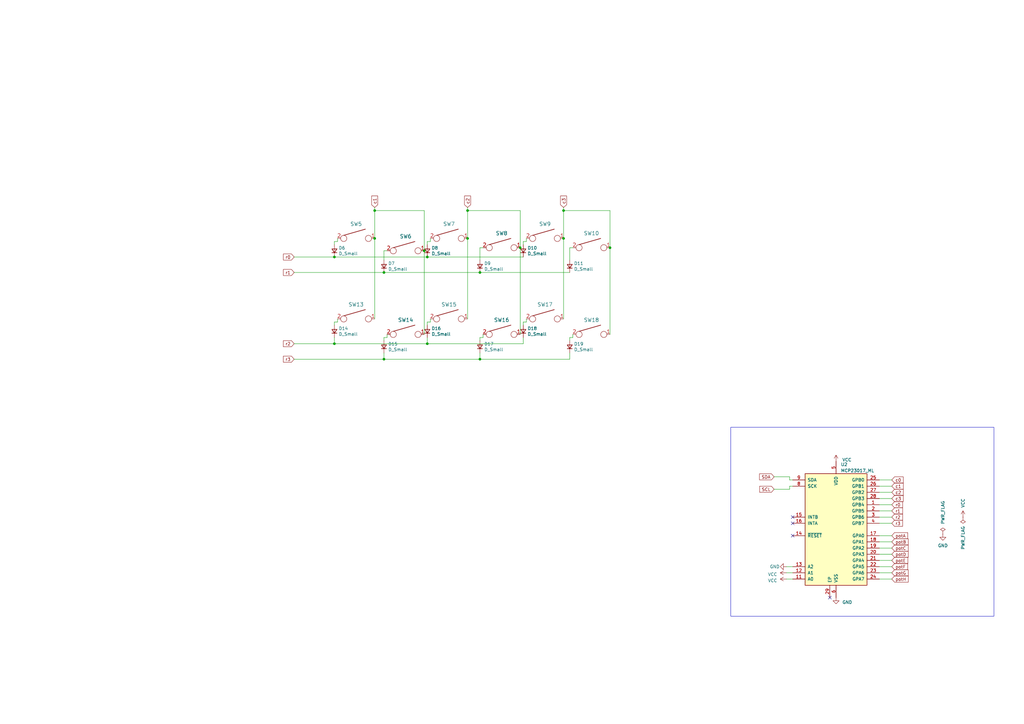
<source format=kicad_sch>
(kicad_sch (version 20230121) (generator eeschema)

  (uuid 6e95e507-f1eb-4f15-9c8c-351adc35a101)

  (paper "A3")

  (lib_symbols
    (symbol "Device:D_Small" (pin_numbers hide) (pin_names (offset 0.254) hide) (in_bom yes) (on_board yes)
      (property "Reference" "D" (at -1.27 2.032 0)
        (effects (font (size 1.27 1.27)) (justify left))
      )
      (property "Value" "D_Small" (at -3.81 -2.032 0)
        (effects (font (size 1.27 1.27)) (justify left))
      )
      (property "Footprint" "" (at 0 0 90)
        (effects (font (size 1.27 1.27)) hide)
      )
      (property "Datasheet" "~" (at 0 0 90)
        (effects (font (size 1.27 1.27)) hide)
      )
      (property "Sim.Device" "D" (at 0 0 0)
        (effects (font (size 1.27 1.27)) hide)
      )
      (property "Sim.Pins" "1=K 2=A" (at 0 0 0)
        (effects (font (size 1.27 1.27)) hide)
      )
      (property "ki_keywords" "diode" (at 0 0 0)
        (effects (font (size 1.27 1.27)) hide)
      )
      (property "ki_description" "Diode, small symbol" (at 0 0 0)
        (effects (font (size 1.27 1.27)) hide)
      )
      (property "ki_fp_filters" "TO-???* *_Diode_* *SingleDiode* D_*" (at 0 0 0)
        (effects (font (size 1.27 1.27)) hide)
      )
      (symbol "D_Small_0_1"
        (polyline
          (pts
            (xy -0.762 -1.016)
            (xy -0.762 1.016)
          )
          (stroke (width 0.254) (type default))
          (fill (type none))
        )
        (polyline
          (pts
            (xy -0.762 0)
            (xy 0.762 0)
          )
          (stroke (width 0) (type default))
          (fill (type none))
        )
        (polyline
          (pts
            (xy 0.762 -1.016)
            (xy -0.762 0)
            (xy 0.762 1.016)
            (xy 0.762 -1.016)
          )
          (stroke (width 0.254) (type default))
          (fill (type none))
        )
      )
      (symbol "D_Small_1_1"
        (pin passive line (at -2.54 0 0) (length 1.778)
          (name "K" (effects (font (size 1.27 1.27))))
          (number "1" (effects (font (size 1.27 1.27))))
        )
        (pin passive line (at 2.54 0 180) (length 1.778)
          (name "A" (effects (font (size 1.27 1.27))))
          (number "2" (effects (font (size 1.27 1.27))))
        )
      )
    )
    (symbol "Interface_Expansion:MCP23017_ML" (pin_names (offset 1.016)) (in_bom yes) (on_board yes)
      (property "Reference" "U" (at -11.43 24.13 0)
        (effects (font (size 1.27 1.27)))
      )
      (property "Value" "MCP23017_ML" (at 0 0 0)
        (effects (font (size 1.27 1.27)))
      )
      (property "Footprint" "Package_DFN_QFN:QFN-28-1EP_6x6mm_P0.65mm_EP4.25x4.25mm" (at 5.08 -25.4 0)
        (effects (font (size 1.27 1.27)) (justify left) hide)
      )
      (property "Datasheet" "http://ww1.microchip.com/downloads/en/DeviceDoc/20001952C.pdf" (at 5.08 -27.94 0)
        (effects (font (size 1.27 1.27)) (justify left) hide)
      )
      (property "ki_keywords" "I2C parallel port expander" (at 0 0 0)
        (effects (font (size 1.27 1.27)) hide)
      )
      (property "ki_description" "16-bit I/O expander, I2C, interrupts, w pull-ups, QFN-28" (at 0 0 0)
        (effects (font (size 1.27 1.27)) hide)
      )
      (property "ki_fp_filters" "QFN*6x6mm*P0.65mm*" (at 0 0 0)
        (effects (font (size 1.27 1.27)) hide)
      )
      (symbol "MCP23017_ML_0_1"
        (rectangle (start -12.7 22.86) (end 12.7 -22.86)
          (stroke (width 0.254) (type default))
          (fill (type background))
        )
      )
      (symbol "MCP23017_ML_1_1"
        (pin bidirectional line (at 17.78 10.16 180) (length 5.08)
          (name "GPB4" (effects (font (size 1.27 1.27))))
          (number "1" (effects (font (size 1.27 1.27))))
        )
        (pin no_connect line (at -12.7 12.7 0) (length 5.08) hide
          (name "NC" (effects (font (size 1.27 1.27))))
          (number "10" (effects (font (size 1.27 1.27))))
        )
        (pin input line (at -17.78 -20.32 0) (length 5.08)
          (name "A0" (effects (font (size 1.27 1.27))))
          (number "11" (effects (font (size 1.27 1.27))))
        )
        (pin input line (at -17.78 -17.78 0) (length 5.08)
          (name "A1" (effects (font (size 1.27 1.27))))
          (number "12" (effects (font (size 1.27 1.27))))
        )
        (pin input line (at -17.78 -15.24 0) (length 5.08)
          (name "A2" (effects (font (size 1.27 1.27))))
          (number "13" (effects (font (size 1.27 1.27))))
        )
        (pin input line (at -17.78 -2.54 0) (length 5.08)
          (name "~{RESET}" (effects (font (size 1.27 1.27))))
          (number "14" (effects (font (size 1.27 1.27))))
        )
        (pin tri_state line (at -17.78 5.08 0) (length 5.08)
          (name "INTB" (effects (font (size 1.27 1.27))))
          (number "15" (effects (font (size 1.27 1.27))))
        )
        (pin tri_state line (at -17.78 2.54 0) (length 5.08)
          (name "INTA" (effects (font (size 1.27 1.27))))
          (number "16" (effects (font (size 1.27 1.27))))
        )
        (pin bidirectional line (at 17.78 -2.54 180) (length 5.08)
          (name "GPA0" (effects (font (size 1.27 1.27))))
          (number "17" (effects (font (size 1.27 1.27))))
        )
        (pin bidirectional line (at 17.78 -5.08 180) (length 5.08)
          (name "GPA1" (effects (font (size 1.27 1.27))))
          (number "18" (effects (font (size 1.27 1.27))))
        )
        (pin bidirectional line (at 17.78 -7.62 180) (length 5.08)
          (name "GPA2" (effects (font (size 1.27 1.27))))
          (number "19" (effects (font (size 1.27 1.27))))
        )
        (pin bidirectional line (at 17.78 7.62 180) (length 5.08)
          (name "GPB5" (effects (font (size 1.27 1.27))))
          (number "2" (effects (font (size 1.27 1.27))))
        )
        (pin bidirectional line (at 17.78 -10.16 180) (length 5.08)
          (name "GPA3" (effects (font (size 1.27 1.27))))
          (number "20" (effects (font (size 1.27 1.27))))
        )
        (pin bidirectional line (at 17.78 -12.7 180) (length 5.08)
          (name "GPA4" (effects (font (size 1.27 1.27))))
          (number "21" (effects (font (size 1.27 1.27))))
        )
        (pin bidirectional line (at 17.78 -15.24 180) (length 5.08)
          (name "GPA5" (effects (font (size 1.27 1.27))))
          (number "22" (effects (font (size 1.27 1.27))))
        )
        (pin bidirectional line (at 17.78 -17.78 180) (length 5.08)
          (name "GPA6" (effects (font (size 1.27 1.27))))
          (number "23" (effects (font (size 1.27 1.27))))
        )
        (pin bidirectional line (at 17.78 -20.32 180) (length 5.08)
          (name "GPA7" (effects (font (size 1.27 1.27))))
          (number "24" (effects (font (size 1.27 1.27))))
        )
        (pin bidirectional line (at 17.78 20.32 180) (length 5.08)
          (name "GPB0" (effects (font (size 1.27 1.27))))
          (number "25" (effects (font (size 1.27 1.27))))
        )
        (pin bidirectional line (at 17.78 17.78 180) (length 5.08)
          (name "GPB1" (effects (font (size 1.27 1.27))))
          (number "26" (effects (font (size 1.27 1.27))))
        )
        (pin bidirectional line (at 17.78 15.24 180) (length 5.08)
          (name "GPB2" (effects (font (size 1.27 1.27))))
          (number "27" (effects (font (size 1.27 1.27))))
        )
        (pin bidirectional line (at 17.78 12.7 180) (length 5.08)
          (name "GPB3" (effects (font (size 1.27 1.27))))
          (number "28" (effects (font (size 1.27 1.27))))
        )
        (pin passive line (at -2.54 -27.94 90) (length 5.08)
          (name "EP" (effects (font (size 1.27 1.27))))
          (number "29" (effects (font (size 1.27 1.27))))
        )
        (pin bidirectional line (at 17.78 5.08 180) (length 5.08)
          (name "GPB6" (effects (font (size 1.27 1.27))))
          (number "3" (effects (font (size 1.27 1.27))))
        )
        (pin bidirectional line (at 17.78 2.54 180) (length 5.08)
          (name "GPB7" (effects (font (size 1.27 1.27))))
          (number "4" (effects (font (size 1.27 1.27))))
        )
        (pin power_in line (at 0 27.94 270) (length 5.08)
          (name "VDD" (effects (font (size 1.27 1.27))))
          (number "5" (effects (font (size 1.27 1.27))))
        )
        (pin power_in line (at 0 -27.94 90) (length 5.08)
          (name "VSS" (effects (font (size 1.27 1.27))))
          (number "6" (effects (font (size 1.27 1.27))))
        )
        (pin no_connect line (at -12.7 15.24 0) (length 5.08) hide
          (name "NC" (effects (font (size 1.27 1.27))))
          (number "7" (effects (font (size 1.27 1.27))))
        )
        (pin input line (at -17.78 17.78 0) (length 5.08)
          (name "SCK" (effects (font (size 1.27 1.27))))
          (number "8" (effects (font (size 1.27 1.27))))
        )
        (pin bidirectional line (at -17.78 20.32 0) (length 5.08)
          (name "SDA" (effects (font (size 1.27 1.27))))
          (number "9" (effects (font (size 1.27 1.27))))
        )
      )
    )
    (symbol "keyboard_parts:KEYSW" (pin_names (offset 1.016)) (in_bom yes) (on_board yes)
      (property "Reference" "K?" (at -1.27 0 0)
        (effects (font (size 1.524 1.524)))
      )
      (property "Value" "KEYSW" (at 0 -2.54 0)
        (effects (font (size 1.524 1.524)) hide)
      )
      (property "Footprint" "" (at 0 0 0)
        (effects (font (size 1.524 1.524)))
      )
      (property "Datasheet" "" (at 0 0 0)
        (effects (font (size 1.524 1.524)))
      )
      (symbol "KEYSW_0_1"
        (circle (center -5.08 0) (radius 1.27)
          (stroke (width 0) (type default))
          (fill (type none))
        )
        (polyline
          (pts
            (xy -5.08 1.27)
            (xy 3.81 3.81)
          )
          (stroke (width 0.254) (type default))
          (fill (type none))
        )
        (circle (center 5.08 0) (radius 1.27)
          (stroke (width 0) (type default))
          (fill (type none))
        )
      )
      (symbol "KEYSW_1_1"
        (pin passive line (at 7.62 0 180) (length 1.27)
          (name "~" (effects (font (size 1.524 1.524))))
          (number "1" (effects (font (size 1.524 1.524))))
        )
        (pin passive line (at -7.62 0 0) (length 1.27)
          (name "~" (effects (font (size 1.524 1.524))))
          (number "2" (effects (font (size 1.524 1.524))))
        )
      )
    )
    (symbol "power:GND" (power) (pin_names (offset 0)) (in_bom yes) (on_board yes)
      (property "Reference" "#PWR" (at 0 -6.35 0)
        (effects (font (size 1.27 1.27)) hide)
      )
      (property "Value" "GND" (at 0 -3.81 0)
        (effects (font (size 1.27 1.27)))
      )
      (property "Footprint" "" (at 0 0 0)
        (effects (font (size 1.27 1.27)) hide)
      )
      (property "Datasheet" "" (at 0 0 0)
        (effects (font (size 1.27 1.27)) hide)
      )
      (property "ki_keywords" "power-flag" (at 0 0 0)
        (effects (font (size 1.27 1.27)) hide)
      )
      (property "ki_description" "Power symbol creates a global label with name \"GND\" , ground" (at 0 0 0)
        (effects (font (size 1.27 1.27)) hide)
      )
      (symbol "GND_0_1"
        (polyline
          (pts
            (xy 0 0)
            (xy 0 -1.27)
            (xy 1.27 -1.27)
            (xy 0 -2.54)
            (xy -1.27 -1.27)
            (xy 0 -1.27)
          )
          (stroke (width 0) (type default))
          (fill (type none))
        )
      )
      (symbol "GND_1_1"
        (pin power_in line (at 0 0 270) (length 0) hide
          (name "GND" (effects (font (size 1.27 1.27))))
          (number "1" (effects (font (size 1.27 1.27))))
        )
      )
    )
    (symbol "power:PWR_FLAG" (power) (pin_numbers hide) (pin_names (offset 0) hide) (in_bom yes) (on_board yes)
      (property "Reference" "#FLG" (at 0 1.905 0)
        (effects (font (size 1.27 1.27)) hide)
      )
      (property "Value" "PWR_FLAG" (at 0 3.81 0)
        (effects (font (size 1.27 1.27)))
      )
      (property "Footprint" "" (at 0 0 0)
        (effects (font (size 1.27 1.27)) hide)
      )
      (property "Datasheet" "~" (at 0 0 0)
        (effects (font (size 1.27 1.27)) hide)
      )
      (property "ki_keywords" "power-flag" (at 0 0 0)
        (effects (font (size 1.27 1.27)) hide)
      )
      (property "ki_description" "Special symbol for telling ERC where power comes from" (at 0 0 0)
        (effects (font (size 1.27 1.27)) hide)
      )
      (symbol "PWR_FLAG_0_0"
        (pin power_out line (at 0 0 90) (length 0)
          (name "pwr" (effects (font (size 1.27 1.27))))
          (number "1" (effects (font (size 1.27 1.27))))
        )
      )
      (symbol "PWR_FLAG_0_1"
        (polyline
          (pts
            (xy 0 0)
            (xy 0 1.27)
            (xy -1.016 1.905)
            (xy 0 2.54)
            (xy 1.016 1.905)
            (xy 0 1.27)
          )
          (stroke (width 0) (type default))
          (fill (type none))
        )
      )
    )
    (symbol "power:VCC" (power) (pin_names (offset 0)) (in_bom yes) (on_board yes)
      (property "Reference" "#PWR" (at 0 -3.81 0)
        (effects (font (size 1.27 1.27)) hide)
      )
      (property "Value" "VCC" (at 0 3.81 0)
        (effects (font (size 1.27 1.27)))
      )
      (property "Footprint" "" (at 0 0 0)
        (effects (font (size 1.27 1.27)) hide)
      )
      (property "Datasheet" "" (at 0 0 0)
        (effects (font (size 1.27 1.27)) hide)
      )
      (property "ki_keywords" "power-flag" (at 0 0 0)
        (effects (font (size 1.27 1.27)) hide)
      )
      (property "ki_description" "Power symbol creates a global label with name \"VCC\"" (at 0 0 0)
        (effects (font (size 1.27 1.27)) hide)
      )
      (symbol "VCC_0_1"
        (polyline
          (pts
            (xy -0.762 1.27)
            (xy 0 2.54)
          )
          (stroke (width 0) (type default))
          (fill (type none))
        )
        (polyline
          (pts
            (xy 0 0)
            (xy 0 2.54)
          )
          (stroke (width 0) (type default))
          (fill (type none))
        )
        (polyline
          (pts
            (xy 0 2.54)
            (xy 0.762 1.27)
          )
          (stroke (width 0) (type default))
          (fill (type none))
        )
      )
      (symbol "VCC_1_1"
        (pin power_in line (at 0 0 90) (length 0) hide
          (name "VCC" (effects (font (size 1.27 1.27))))
          (number "1" (effects (font (size 1.27 1.27))))
        )
      )
    )
  )

  (junction (at 191.77 97.79) (diameter 0) (color 0 0 0 0)
    (uuid 10a65d1c-4d1f-4224-a9e6-45822638b912)
  )
  (junction (at 191.77 86.36) (diameter 0) (color 0 0 0 0)
    (uuid 17a83e6a-ad32-42e1-b3f3-4ce34082f1b9)
  )
  (junction (at 175.26 105.41) (diameter 0) (color 0 0 0 0)
    (uuid 2ef05e56-2f34-4b4b-a94b-bc748d32daf6)
  )
  (junction (at 153.67 97.79) (diameter 0) (color 0 0 0 0)
    (uuid 479bc837-f725-4d29-bd54-4f661f2549ca)
  )
  (junction (at 196.85 111.76) (diameter 0) (color 0 0 0 0)
    (uuid 49c42426-94aa-4ec2-8613-8b62b230cfd5)
  )
  (junction (at 231.14 86.36) (diameter 0) (color 0 0 0 0)
    (uuid 4e5ac752-1e04-4715-bf75-65a157eb6228)
  )
  (junction (at 231.14 97.79) (diameter 0) (color 0 0 0 0)
    (uuid 5d18f3fa-99af-4bdd-9493-0540e01b9bb9)
  )
  (junction (at 213.36 101.6) (diameter 0) (color 0 0 0 0)
    (uuid 624a5da7-f744-482e-bc8e-0e3f9aba556c)
  )
  (junction (at 157.48 111.76) (diameter 0) (color 0 0 0 0)
    (uuid 86ebcb8e-1937-4cac-9d2d-49b0200f41ad)
  )
  (junction (at 173.99 102.87) (diameter 0) (color 0 0 0 0)
    (uuid a3b84c42-0830-4c98-acbc-bad4d55f8314)
  )
  (junction (at 153.67 86.36) (diameter 0) (color 0 0 0 0)
    (uuid a61b5ffa-bbe5-4411-b019-4eddd4425856)
  )
  (junction (at 175.26 140.97) (diameter 0) (color 0 0 0 0)
    (uuid b571fedd-0c0a-4157-a0ff-258edea32a2a)
  )
  (junction (at 250.19 101.6) (diameter 0) (color 0 0 0 0)
    (uuid b912147e-5359-4f96-8dec-595bef39e364)
  )
  (junction (at 137.16 105.41) (diameter 0) (color 0 0 0 0)
    (uuid bb596a3f-0406-4598-9f0c-0a7dde9c6151)
  )
  (junction (at 196.85 147.32) (diameter 0) (color 0 0 0 0)
    (uuid c0492478-c8ce-46c9-b3d1-2c635e617b17)
  )
  (junction (at 157.48 147.32) (diameter 0) (color 0 0 0 0)
    (uuid e3d741dc-2c8e-483c-af7c-4f7188dffebb)
  )
  (junction (at 137.16 140.97) (diameter 0) (color 0 0 0 0)
    (uuid fc491862-d189-4bd4-94a5-f2d7e1794cfd)
  )

  (no_connect (at 325.12 214.63) (uuid 4914a50f-5077-409b-8f84-f7866f9f8aaa))
  (no_connect (at 325.12 212.09) (uuid 5914f8c8-dcab-48be-b6b1-891d5f7ea96d))
  (no_connect (at 340.36 245.11) (uuid 70b127a3-eef0-4838-b771-05111efc6530))
  (no_connect (at 325.12 219.71) (uuid 7bb2a089-f52b-4b98-bb31-03040196cb8a))

  (wire (pts (xy 231.14 97.79) (xy 231.14 86.36))
    (stroke (width 0) (type default))
    (uuid 04b2bd1d-61c6-4217-b819-530efbb9be4b)
  )
  (wire (pts (xy 322.58 234.95) (xy 325.12 234.95))
    (stroke (width 0) (type default))
    (uuid 0a4bc410-1576-4175-b366-cfb20918fbf1)
  )
  (wire (pts (xy 196.85 138.43) (xy 196.85 139.7))
    (stroke (width 0) (type default))
    (uuid 103d173d-eb47-43b2-af47-2f557825a5a7)
  )
  (wire (pts (xy 360.68 199.39) (xy 365.76 199.39))
    (stroke (width 0) (type default))
    (uuid 126b43aa-ff26-4f3f-96b9-3982f53f4c9c)
  )
  (wire (pts (xy 198.12 138.43) (xy 198.12 137.16))
    (stroke (width 0) (type default))
    (uuid 148d77d8-0e57-41b1-9d5e-235aadba72c6)
  )
  (wire (pts (xy 360.68 207.01) (xy 365.76 207.01))
    (stroke (width 0) (type default))
    (uuid 14bd72b3-1a5c-4b84-9de5-c3783e299c62)
  )
  (wire (pts (xy 360.68 219.71) (xy 365.76 219.71))
    (stroke (width 0) (type default))
    (uuid 1e5078a6-c0ec-4fc1-9b0e-53ebb51bf24c)
  )
  (wire (pts (xy 158.75 138.43) (xy 158.75 137.16))
    (stroke (width 0) (type default))
    (uuid 1f39804d-0777-420f-b526-e5040cd041a0)
  )
  (wire (pts (xy 173.99 102.87) (xy 173.99 137.16))
    (stroke (width 0) (type default))
    (uuid 206f2e43-f138-414e-b270-e13fcc049f1e)
  )
  (wire (pts (xy 215.9 99.06) (xy 214.63 99.06))
    (stroke (width 0) (type default))
    (uuid 225766d6-18d2-4401-be56-ce61ec33e9d8)
  )
  (wire (pts (xy 153.67 97.79) (xy 153.67 130.81))
    (stroke (width 0) (type default))
    (uuid 2ad5a52c-a8aa-4862-a321-e890fc2ea745)
  )
  (wire (pts (xy 196.85 147.32) (xy 233.68 147.32))
    (stroke (width 0) (type default))
    (uuid 2b1db07c-8c4d-4d1e-8bed-3754d5e4c633)
  )
  (wire (pts (xy 198.12 138.43) (xy 196.85 138.43))
    (stroke (width 0) (type default))
    (uuid 32d2b4f3-04e9-4c4d-afd9-996354fe7c7d)
  )
  (wire (pts (xy 176.53 132.08) (xy 175.26 132.08))
    (stroke (width 0) (type default))
    (uuid 33052fcf-9573-4d97-85a9-66a7aee10663)
  )
  (wire (pts (xy 196.85 101.6) (xy 198.12 101.6))
    (stroke (width 0) (type default))
    (uuid 3317e55d-909b-49d0-b3b0-cd5e2b8481cd)
  )
  (wire (pts (xy 250.19 101.6) (xy 250.19 137.16))
    (stroke (width 0) (type default))
    (uuid 333bedcd-9a06-41cf-9a8a-23200d00f0c1)
  )
  (wire (pts (xy 317.5 200.66) (xy 323.85 200.66))
    (stroke (width 0) (type default))
    (uuid 338e88e0-83c8-45fc-8258-bc0c7aa0f812)
  )
  (wire (pts (xy 120.65 147.32) (xy 157.48 147.32))
    (stroke (width 0) (type default))
    (uuid 39320bba-76f7-4c42-91ad-a1c109bbb502)
  )
  (wire (pts (xy 360.68 234.95) (xy 365.76 234.95))
    (stroke (width 0) (type default))
    (uuid 3b63bb90-dace-4536-91e5-03ec52030e0a)
  )
  (wire (pts (xy 157.48 102.87) (xy 158.75 102.87))
    (stroke (width 0) (type default))
    (uuid 431ced26-9746-48f5-8d9a-b515d14175d3)
  )
  (wire (pts (xy 175.26 132.08) (xy 175.26 133.35))
    (stroke (width 0) (type default))
    (uuid 456aa264-1afa-417b-8279-87b172a7307e)
  )
  (wire (pts (xy 213.36 101.6) (xy 213.36 86.36))
    (stroke (width 0) (type default))
    (uuid 512ffb8e-15d3-482c-ac58-d57b770d0358)
  )
  (wire (pts (xy 360.68 201.93) (xy 365.76 201.93))
    (stroke (width 0) (type default))
    (uuid 51ac4cbd-7581-4537-90ec-c051161ecaad)
  )
  (wire (pts (xy 215.9 99.06) (xy 215.9 97.79))
    (stroke (width 0) (type default))
    (uuid 51e8ce80-6611-479d-a6d1-83a658bb9cf9)
  )
  (wire (pts (xy 360.68 209.55) (xy 365.76 209.55))
    (stroke (width 0) (type default))
    (uuid 53eff18c-b5b3-4f4f-8a57-3d08ad7d9f96)
  )
  (wire (pts (xy 175.26 105.41) (xy 214.63 105.41))
    (stroke (width 0) (type default))
    (uuid 542a390a-e593-4af2-abcf-e6c2270d4c75)
  )
  (wire (pts (xy 196.85 111.76) (xy 233.68 111.76))
    (stroke (width 0) (type default))
    (uuid 560d2e6b-3e79-44d4-9106-6c653c80dcb6)
  )
  (wire (pts (xy 360.68 212.09) (xy 365.76 212.09))
    (stroke (width 0) (type default))
    (uuid 563fdd7d-a344-47d4-815a-7fb6f6bb34fc)
  )
  (wire (pts (xy 191.77 85.09) (xy 191.77 86.36))
    (stroke (width 0) (type default))
    (uuid 56e0739f-f679-49b9-9ae7-85d322430007)
  )
  (wire (pts (xy 214.63 132.08) (xy 214.63 133.35))
    (stroke (width 0) (type default))
    (uuid 59808755-e0bf-4832-9f7e-70f96d1b2893)
  )
  (wire (pts (xy 175.26 99.06) (xy 175.26 100.33))
    (stroke (width 0) (type default))
    (uuid 59ac1f84-df78-41b5-9d7b-a3cc3f63d43a)
  )
  (wire (pts (xy 157.48 111.76) (xy 196.85 111.76))
    (stroke (width 0) (type default))
    (uuid 59d18311-c23f-45b4-a6a1-4f109dc81eda)
  )
  (wire (pts (xy 157.48 102.87) (xy 157.48 106.68))
    (stroke (width 0) (type default))
    (uuid 5ff95d57-b90a-42b8-98f4-9713a52e8ed9)
  )
  (wire (pts (xy 231.14 130.81) (xy 231.14 97.79))
    (stroke (width 0) (type default))
    (uuid 61376c5b-9437-4b33-8001-55ea294cc19c)
  )
  (wire (pts (xy 175.26 140.97) (xy 214.63 140.97))
    (stroke (width 0) (type default))
    (uuid 6249a49f-9f1b-4e3e-8cc5-4d4be726fa1b)
  )
  (wire (pts (xy 213.36 101.6) (xy 213.36 137.16))
    (stroke (width 0) (type default))
    (uuid 62a4153d-d896-41fa-822b-ee7d1866cc47)
  )
  (wire (pts (xy 120.65 105.41) (xy 137.16 105.41))
    (stroke (width 0) (type default))
    (uuid 63e91650-3f43-4112-a7d5-d511462b2cf1)
  )
  (wire (pts (xy 234.95 138.43) (xy 233.68 138.43))
    (stroke (width 0) (type default))
    (uuid 64cf3ef3-e871-42d7-bc38-9cd5f366a01b)
  )
  (wire (pts (xy 138.43 132.08) (xy 137.16 132.08))
    (stroke (width 0) (type default))
    (uuid 659d29eb-17ea-4f58-bbda-c7cf2defae18)
  )
  (wire (pts (xy 173.99 102.87) (xy 173.99 86.36))
    (stroke (width 0) (type default))
    (uuid 678fcf50-c669-44cf-a65e-aa0c79029026)
  )
  (wire (pts (xy 176.53 99.06) (xy 176.53 97.79))
    (stroke (width 0) (type default))
    (uuid 67b33c72-b2ad-4afa-9132-16b22a9be513)
  )
  (wire (pts (xy 213.36 86.36) (xy 191.77 86.36))
    (stroke (width 0) (type default))
    (uuid 688c62e6-cb4a-4d06-8132-f6f760d9c1ef)
  )
  (wire (pts (xy 137.16 99.06) (xy 137.16 100.33))
    (stroke (width 0) (type default))
    (uuid 6c9928c2-e431-4795-80b7-3188d2b426f2)
  )
  (wire (pts (xy 214.63 138.43) (xy 214.63 140.97))
    (stroke (width 0) (type default))
    (uuid 7194a474-2638-4909-8933-b30cc7c3fe7d)
  )
  (wire (pts (xy 137.16 132.08) (xy 137.16 133.35))
    (stroke (width 0) (type default))
    (uuid 72090486-b4c1-4d70-9c0f-fb4190067b70)
  )
  (wire (pts (xy 322.58 232.41) (xy 325.12 232.41))
    (stroke (width 0) (type default))
    (uuid 749903e7-3a45-47d1-9036-5b1f56b328b6)
  )
  (wire (pts (xy 120.65 140.97) (xy 137.16 140.97))
    (stroke (width 0) (type default))
    (uuid 7e5b3954-fb88-4219-911a-e9a5a756389c)
  )
  (wire (pts (xy 323.85 196.85) (xy 325.12 196.85))
    (stroke (width 0) (type default))
    (uuid 7fb48dc1-2bda-44b4-90ff-477a83ef6b23)
  )
  (wire (pts (xy 323.85 200.66) (xy 323.85 199.39))
    (stroke (width 0) (type default))
    (uuid 80ae58c2-e6fb-4dae-b372-866175b52c64)
  )
  (wire (pts (xy 191.77 97.79) (xy 191.77 130.81))
    (stroke (width 0) (type default))
    (uuid 822d5aa1-c2f8-4904-a7e6-13231e933224)
  )
  (wire (pts (xy 323.85 195.58) (xy 317.5 195.58))
    (stroke (width 0) (type default))
    (uuid 8773618b-717a-43dd-935f-9b64f559cecf)
  )
  (wire (pts (xy 137.16 140.97) (xy 175.26 140.97))
    (stroke (width 0) (type default))
    (uuid 88494edf-04d7-4683-a019-2dde7f5302db)
  )
  (wire (pts (xy 234.95 101.6) (xy 233.68 101.6))
    (stroke (width 0) (type default))
    (uuid 8d16884d-262c-4b1a-8494-e2f4650a31b4)
  )
  (wire (pts (xy 233.68 101.6) (xy 233.68 106.68))
    (stroke (width 0) (type default))
    (uuid 928df21e-5274-45d8-90f0-e8cdcdf09505)
  )
  (wire (pts (xy 176.53 99.06) (xy 175.26 99.06))
    (stroke (width 0) (type default))
    (uuid 93800ac1-a307-4462-86fd-7345225f54e2)
  )
  (wire (pts (xy 360.68 214.63) (xy 365.76 214.63))
    (stroke (width 0) (type default))
    (uuid 93af4f45-5a10-4b93-b1ab-dfcfd7484f8d)
  )
  (wire (pts (xy 157.48 138.43) (xy 157.48 139.7))
    (stroke (width 0) (type default))
    (uuid 96339596-dc7a-489c-85cc-ce14f29a0cad)
  )
  (wire (pts (xy 323.85 195.58) (xy 323.85 196.85))
    (stroke (width 0) (type default))
    (uuid 9859fc08-8d57-406a-8c68-92bb61f05a73)
  )
  (wire (pts (xy 138.43 132.08) (xy 138.43 130.81))
    (stroke (width 0) (type default))
    (uuid 9a286dc6-30d5-4f25-9f1b-ade0ac2299e8)
  )
  (wire (pts (xy 360.68 196.85) (xy 365.76 196.85))
    (stroke (width 0) (type default))
    (uuid 9d09d6b1-f63f-4d81-9e31-7812fffa1ca1)
  )
  (wire (pts (xy 360.68 237.49) (xy 365.76 237.49))
    (stroke (width 0) (type default))
    (uuid a4f2cc34-ea9d-4740-9f30-b48710a0f97a)
  )
  (wire (pts (xy 153.67 86.36) (xy 153.67 97.79))
    (stroke (width 0) (type default))
    (uuid a5bebf67-d72e-46dc-ac3d-f9d7ed15bea4)
  )
  (wire (pts (xy 360.68 222.25) (xy 365.76 222.25))
    (stroke (width 0) (type default))
    (uuid a85e5d95-c63d-4aa2-9e7d-21a55976ad07)
  )
  (wire (pts (xy 234.95 138.43) (xy 234.95 137.16))
    (stroke (width 0) (type default))
    (uuid a8ee66d4-07ee-4cca-bff7-b6bc42b9b3e8)
  )
  (wire (pts (xy 158.75 138.43) (xy 157.48 138.43))
    (stroke (width 0) (type default))
    (uuid abed7155-8c13-4705-a9e3-940a834b870a)
  )
  (wire (pts (xy 360.68 232.41) (xy 365.76 232.41))
    (stroke (width 0) (type default))
    (uuid ace7e0f2-bf0e-4910-a3dc-49e0cdfa5094)
  )
  (wire (pts (xy 360.68 224.79) (xy 365.76 224.79))
    (stroke (width 0) (type default))
    (uuid b69f472b-eb42-4f5e-85ed-c0eb6eded5a4)
  )
  (wire (pts (xy 173.99 86.36) (xy 153.67 86.36))
    (stroke (width 0) (type default))
    (uuid b6c27de9-2020-4491-8b3c-7b6f6977754a)
  )
  (wire (pts (xy 250.19 101.6) (xy 250.19 86.36))
    (stroke (width 0) (type default))
    (uuid b6c6636a-d88e-4672-bf4c-6cdac849245e)
  )
  (wire (pts (xy 360.68 204.47) (xy 365.76 204.47))
    (stroke (width 0) (type default))
    (uuid b7ed04d8-3252-4d98-a23f-f58a540c6c1c)
  )
  (wire (pts (xy 153.67 85.09) (xy 153.67 86.36))
    (stroke (width 0) (type default))
    (uuid bbe4c877-9dc6-4379-89ab-7e812813406a)
  )
  (wire (pts (xy 157.48 147.32) (xy 196.85 147.32))
    (stroke (width 0) (type default))
    (uuid bc0f0a2f-505a-4d87-9b2e-6371939c406a)
  )
  (wire (pts (xy 196.85 144.78) (xy 196.85 147.32))
    (stroke (width 0) (type default))
    (uuid bdaf4f00-a66f-4d0c-90ab-964aab8d7b09)
  )
  (wire (pts (xy 176.53 132.08) (xy 176.53 130.81))
    (stroke (width 0) (type default))
    (uuid c3ddea78-5110-4bed-b28b-92bfd4a504b5)
  )
  (wire (pts (xy 175.26 138.43) (xy 175.26 140.97))
    (stroke (width 0) (type default))
    (uuid cb9f0014-836f-432a-9514-db18d092778e)
  )
  (wire (pts (xy 137.16 138.43) (xy 137.16 140.97))
    (stroke (width 0) (type default))
    (uuid cfc6f18e-8797-41fa-a954-06b20d1deb0a)
  )
  (wire (pts (xy 157.48 144.78) (xy 157.48 147.32))
    (stroke (width 0) (type default))
    (uuid d2766de4-f13d-4401-9213-8b20d8ace0f3)
  )
  (wire (pts (xy 233.68 138.43) (xy 233.68 139.7))
    (stroke (width 0) (type default))
    (uuid d3b2a426-0f28-435e-8115-11822ebfa70d)
  )
  (wire (pts (xy 214.63 99.06) (xy 214.63 100.33))
    (stroke (width 0) (type default))
    (uuid d48ec036-1f97-42dd-8975-55f12613ba03)
  )
  (wire (pts (xy 250.19 86.36) (xy 231.14 86.36))
    (stroke (width 0) (type default))
    (uuid ddc5582a-3a52-4141-b403-ae244530b98b)
  )
  (wire (pts (xy 138.43 99.06) (xy 138.43 97.79))
    (stroke (width 0) (type default))
    (uuid e0a694bb-dda1-46b4-af7c-da4c6c838e58)
  )
  (wire (pts (xy 196.85 101.6) (xy 196.85 106.68))
    (stroke (width 0) (type default))
    (uuid e3719aeb-3405-4fd6-b0ad-f74dfa42eab8)
  )
  (wire (pts (xy 138.43 99.06) (xy 137.16 99.06))
    (stroke (width 0) (type default))
    (uuid e46b1888-8dcc-46a7-9ddc-b786aa389914)
  )
  (wire (pts (xy 120.65 111.76) (xy 157.48 111.76))
    (stroke (width 0) (type default))
    (uuid e9290ce4-5911-477c-a656-e5334cef7ad3)
  )
  (wire (pts (xy 191.77 86.36) (xy 191.77 97.79))
    (stroke (width 0) (type default))
    (uuid e9f3691b-0520-4525-9507-168d4b021c29)
  )
  (wire (pts (xy 137.16 105.41) (xy 175.26 105.41))
    (stroke (width 0) (type default))
    (uuid ec99a55b-228c-46f2-b42c-dc5e88be3f0b)
  )
  (wire (pts (xy 323.85 199.39) (xy 325.12 199.39))
    (stroke (width 0) (type default))
    (uuid ef8231d3-8f4d-4767-8508-7dfb73db20af)
  )
  (wire (pts (xy 360.68 227.33) (xy 365.76 227.33))
    (stroke (width 0) (type default))
    (uuid f0759cb6-606d-49a0-a280-2867aff5a21b)
  )
  (wire (pts (xy 233.68 144.78) (xy 233.68 147.32))
    (stroke (width 0) (type default))
    (uuid f1c6a991-c32f-416e-827f-1b0dee567ddf)
  )
  (wire (pts (xy 231.14 86.36) (xy 231.14 85.09))
    (stroke (width 0) (type default))
    (uuid f3ad4a24-739a-46c8-8a4b-3ca4e616438a)
  )
  (wire (pts (xy 322.58 237.49) (xy 325.12 237.49))
    (stroke (width 0) (type default))
    (uuid fa41bcef-567c-4df7-9ce4-4bdbe5239a38)
  )
  (wire (pts (xy 360.68 229.87) (xy 365.76 229.87))
    (stroke (width 0) (type default))
    (uuid fbcd0c1f-06c5-428f-b35e-67701b30e03c)
  )
  (wire (pts (xy 215.9 132.08) (xy 215.9 130.81))
    (stroke (width 0) (type default))
    (uuid fc7b0745-1a87-41ab-a5f4-e077e494c5f1)
  )
  (wire (pts (xy 215.9 132.08) (xy 214.63 132.08))
    (stroke (width 0) (type default))
    (uuid fe03585f-784a-4da6-9370-dd005d54fee4)
  )

  (rectangle (start 299.72 175.26) (end 407.67 252.73)
    (stroke (width 0) (type default))
    (fill (type none))
    (uuid 0bfd1932-6f6a-4333-9d28-7b1378cdb26e)
  )

  (global_label "r1" (shape input) (at 120.65 111.76 180) (fields_autoplaced)
    (effects (font (size 1.27 1.27)) (justify right))
    (uuid 005ee244-5926-4330-b210-472d5dd54b55)
    (property "Intersheetrefs" "${INTERSHEET_REFS}" (at 115.7485 111.76 0)
      (effects (font (size 1.27 1.27)) (justify right) hide)
    )
  )
  (global_label "c2" (shape input) (at 365.76 201.93 0) (fields_autoplaced)
    (effects (font (size 1.27 1.27)) (justify left))
    (uuid 03d349f6-805f-4ed0-8245-c7157def8237)
    (property "Intersheetrefs" "${INTERSHEET_REFS}" (at 370.9639 201.93 0)
      (effects (font (size 1.27 1.27)) (justify left) hide)
    )
  )
  (global_label "c1" (shape input) (at 153.67 85.09 90) (fields_autoplaced)
    (effects (font (size 1.27 1.27)) (justify left))
    (uuid 04826739-8171-48c8-adc4-c325205e7c61)
    (property "Intersheetrefs" "${INTERSHEET_REFS}" (at 153.67 79.8861 90)
      (effects (font (size 1.27 1.27)) (justify left) hide)
    )
  )
  (global_label "potC" (shape input) (at 365.76 224.79 0) (fields_autoplaced)
    (effects (font (size 1.27 1.27)) (justify left))
    (uuid 063d836b-85cf-43ff-82e4-ac5193c70fef)
    (property "Intersheetrefs" "${INTERSHEET_REFS}" (at 372.9595 224.79 0)
      (effects (font (size 1.27 1.27)) (justify left) hide)
    )
  )
  (global_label "c2" (shape input) (at 191.77 85.09 90) (fields_autoplaced)
    (effects (font (size 1.27 1.27)) (justify left))
    (uuid 09a6b25e-8053-4cc4-96e0-b7573969acae)
    (property "Intersheetrefs" "${INTERSHEET_REFS}" (at 191.77 79.8861 90)
      (effects (font (size 1.27 1.27)) (justify left) hide)
    )
  )
  (global_label "c1" (shape input) (at 365.76 199.39 0) (fields_autoplaced)
    (effects (font (size 1.27 1.27)) (justify left))
    (uuid 09ca6b2f-4763-4cd2-8817-9117e8d2c919)
    (property "Intersheetrefs" "${INTERSHEET_REFS}" (at 370.9639 199.39 0)
      (effects (font (size 1.27 1.27)) (justify left) hide)
    )
  )
  (global_label "c3" (shape input) (at 231.14 85.09 90) (fields_autoplaced)
    (effects (font (size 1.27 1.27)) (justify left))
    (uuid 0baed865-d2fd-4ba7-b3d4-0a54fcb59348)
    (property "Intersheetrefs" "${INTERSHEET_REFS}" (at 231.14 79.8861 90)
      (effects (font (size 1.27 1.27)) (justify left) hide)
    )
  )
  (global_label "potA" (shape input) (at 365.76 219.71 0) (fields_autoplaced)
    (effects (font (size 1.27 1.27)) (justify left))
    (uuid 190e3df7-277e-4aea-b3e9-4e8d8f5ea22d)
    (property "Intersheetrefs" "${INTERSHEET_REFS}" (at 372.7781 219.71 0)
      (effects (font (size 1.27 1.27)) (justify left) hide)
    )
  )
  (global_label "potH" (shape input) (at 365.76 237.49 0) (fields_autoplaced)
    (effects (font (size 1.27 1.27)) (justify left))
    (uuid 1dc18451-5353-4aa2-8cf2-3d32326b6047)
    (property "Intersheetrefs" "${INTERSHEET_REFS}" (at 373.02 237.49 0)
      (effects (font (size 1.27 1.27)) (justify left) hide)
    )
  )
  (global_label "r2" (shape input) (at 120.65 140.97 180) (fields_autoplaced)
    (effects (font (size 1.27 1.27)) (justify right))
    (uuid 328bb5ad-6568-48bf-9406-d5016f80d123)
    (property "Intersheetrefs" "${INTERSHEET_REFS}" (at 115.7485 140.97 0)
      (effects (font (size 1.27 1.27)) (justify right) hide)
    )
  )
  (global_label "potB" (shape input) (at 365.76 222.25 0) (fields_autoplaced)
    (effects (font (size 1.27 1.27)) (justify left))
    (uuid 34db4a1c-23cf-4884-8336-838cc40fb0b2)
    (property "Intersheetrefs" "${INTERSHEET_REFS}" (at 372.9595 222.25 0)
      (effects (font (size 1.27 1.27)) (justify left) hide)
    )
  )
  (global_label "potD" (shape input) (at 365.76 227.33 0) (fields_autoplaced)
    (effects (font (size 1.27 1.27)) (justify left))
    (uuid 35863ca7-ef13-4b3b-85ef-7e3dd5ad0ac8)
    (property "Intersheetrefs" "${INTERSHEET_REFS}" (at 372.9595 227.33 0)
      (effects (font (size 1.27 1.27)) (justify left) hide)
    )
  )
  (global_label "r0" (shape input) (at 365.76 207.01 0) (fields_autoplaced)
    (effects (font (size 1.27 1.27)) (justify left))
    (uuid 3bc4cf36-8d06-42f9-b3a1-c5eb9ed66619)
    (property "Intersheetrefs" "${INTERSHEET_REFS}" (at 370.6615 207.01 0)
      (effects (font (size 1.27 1.27)) (justify left) hide)
    )
  )
  (global_label "r3" (shape input) (at 365.76 214.63 0) (fields_autoplaced)
    (effects (font (size 1.27 1.27)) (justify left))
    (uuid 5ad21b77-0c67-4bf6-b531-fbae4e27057e)
    (property "Intersheetrefs" "${INTERSHEET_REFS}" (at 370.6615 214.63 0)
      (effects (font (size 1.27 1.27)) (justify left) hide)
    )
  )
  (global_label "SCL" (shape input) (at 317.5 200.66 180) (fields_autoplaced)
    (effects (font (size 1.27 1.27)) (justify right))
    (uuid 5bc99f3a-87bf-4195-a590-fad9258b7317)
    (property "Intersheetrefs" "${INTERSHEET_REFS}" (at 311.5793 200.5806 0)
      (effects (font (size 1.27 1.27)) (justify right) hide)
    )
  )
  (global_label "potE" (shape input) (at 365.76 229.87 0) (fields_autoplaced)
    (effects (font (size 1.27 1.27)) (justify left))
    (uuid 7d70cf2a-d9f3-4642-8d51-81efba315073)
    (property "Intersheetrefs" "${INTERSHEET_REFS}" (at 372.8385 229.87 0)
      (effects (font (size 1.27 1.27)) (justify left) hide)
    )
  )
  (global_label "potF" (shape input) (at 365.76 232.41 0) (fields_autoplaced)
    (effects (font (size 1.27 1.27)) (justify left))
    (uuid 82671a92-dc45-4cf3-b0d1-1dad6e0a3102)
    (property "Intersheetrefs" "${INTERSHEET_REFS}" (at 372.7781 232.41 0)
      (effects (font (size 1.27 1.27)) (justify left) hide)
    )
  )
  (global_label "SDA" (shape input) (at 317.5 195.58 180) (fields_autoplaced)
    (effects (font (size 1.27 1.27)) (justify right))
    (uuid 89744886-f3ff-4ecc-8eb2-b8aa88c77195)
    (property "Intersheetrefs" "${INTERSHEET_REFS}" (at 311.5188 195.5006 0)
      (effects (font (size 1.27 1.27)) (justify right) hide)
    )
  )
  (global_label "c0" (shape input) (at 365.76 196.85 0) (fields_autoplaced)
    (effects (font (size 1.27 1.27)) (justify left))
    (uuid 9d1ef57b-d924-440e-a35e-f8231a1a7928)
    (property "Intersheetrefs" "${INTERSHEET_REFS}" (at 370.9639 196.85 0)
      (effects (font (size 1.27 1.27)) (justify left) hide)
    )
  )
  (global_label "r3" (shape input) (at 120.65 147.32 180) (fields_autoplaced)
    (effects (font (size 1.27 1.27)) (justify right))
    (uuid b2fc4b1c-3d63-4b98-a5e5-cb4a8040db12)
    (property "Intersheetrefs" "${INTERSHEET_REFS}" (at 115.7485 147.32 0)
      (effects (font (size 1.27 1.27)) (justify right) hide)
    )
  )
  (global_label "r1" (shape input) (at 365.76 209.55 0) (fields_autoplaced)
    (effects (font (size 1.27 1.27)) (justify left))
    (uuid ba6322ed-9881-4b16-a630-97b5f853a2da)
    (property "Intersheetrefs" "${INTERSHEET_REFS}" (at 370.6615 209.55 0)
      (effects (font (size 1.27 1.27)) (justify left) hide)
    )
  )
  (global_label "r0" (shape input) (at 120.65 105.41 180) (fields_autoplaced)
    (effects (font (size 1.27 1.27)) (justify right))
    (uuid cad6e313-54c0-4828-8f9a-f64f942b7ec1)
    (property "Intersheetrefs" "${INTERSHEET_REFS}" (at 115.7485 105.41 0)
      (effects (font (size 1.27 1.27)) (justify right) hide)
    )
  )
  (global_label "potG" (shape input) (at 365.76 234.95 0) (fields_autoplaced)
    (effects (font (size 1.27 1.27)) (justify left))
    (uuid ed32eaf2-d863-4da2-9f54-5ceadf80ee9d)
    (property "Intersheetrefs" "${INTERSHEET_REFS}" (at 372.9595 234.95 0)
      (effects (font (size 1.27 1.27)) (justify left) hide)
    )
  )
  (global_label "r2" (shape input) (at 365.76 212.09 0) (fields_autoplaced)
    (effects (font (size 1.27 1.27)) (justify left))
    (uuid f1ba069c-55db-430f-9b80-2e358f95d121)
    (property "Intersheetrefs" "${INTERSHEET_REFS}" (at 370.6615 212.09 0)
      (effects (font (size 1.27 1.27)) (justify left) hide)
    )
  )
  (global_label "c3" (shape input) (at 365.76 204.47 0) (fields_autoplaced)
    (effects (font (size 1.27 1.27)) (justify left))
    (uuid f1fb11b8-0100-4a89-86ae-994b97ba935c)
    (property "Intersheetrefs" "${INTERSHEET_REFS}" (at 370.9639 204.47 0)
      (effects (font (size 1.27 1.27)) (justify left) hide)
    )
  )

  (symbol (lib_id "power:PWR_FLAG") (at 386.715 219.075 0) (unit 1)
    (in_bom yes) (on_board yes) (dnp no) (fields_autoplaced)
    (uuid 005ef4e2-b4af-4629-ad75-2dd7040fa760)
    (property "Reference" "#FLG03" (at 386.715 217.17 0)
      (effects (font (size 1.27 1.27)) hide)
    )
    (property "Value" "PWR_FLAG" (at 386.7151 215.011 90)
      (effects (font (size 1.27 1.27)) (justify left))
    )
    (property "Footprint" "" (at 386.715 219.075 0)
      (effects (font (size 1.27 1.27)) hide)
    )
    (property "Datasheet" "~" (at 386.715 219.075 0)
      (effects (font (size 1.27 1.27)) hide)
    )
    (pin "1" (uuid 6e22705b-7ad6-424b-9b32-297315c3de0e))
    (instances
      (project "Arrow"
        (path "/6e95e507-f1eb-4f15-9c8c-351adc35a101"
          (reference "#FLG03") (unit 1)
        )
      )
    )
  )

  (symbol (lib_id "Device:D_Small") (at 233.68 109.22 90) (unit 1)
    (in_bom yes) (on_board yes) (dnp no)
    (uuid 0765c2bc-4278-43ad-b407-bb922e482601)
    (property "Reference" "D11" (at 235.4072 108.0516 90)
      (effects (font (size 1.27 1.27)) (justify right))
    )
    (property "Value" "D_Small" (at 235.4072 110.363 90)
      (effects (font (size 1.27 1.27)) (justify right))
    )
    (property "Footprint" "Library:Diode" (at 233.68 109.22 90)
      (effects (font (size 1.27 1.27)) hide)
    )
    (property "Datasheet" "~" (at 233.68 109.22 90)
      (effects (font (size 1.27 1.27)) hide)
    )
    (property "Sim.Device" "D" (at 233.68 109.22 0)
      (effects (font (size 1.27 1.27)) hide)
    )
    (property "Sim.Pins" "1=K 2=A" (at 233.68 109.22 0)
      (effects (font (size 1.27 1.27)) hide)
    )
    (pin "1" (uuid 8ebe7f07-3670-48c4-8744-18aede75d91f))
    (pin "2" (uuid f8cc517c-d605-4e92-aa72-8f4f52ba78cd))
    (instances
      (project "Arrow"
        (path "/6e95e507-f1eb-4f15-9c8c-351adc35a101"
          (reference "D11") (unit 1)
        )
      )
    )
  )

  (symbol (lib_id "Device:D_Small") (at 196.85 142.24 90) (unit 1)
    (in_bom yes) (on_board yes) (dnp no)
    (uuid 14386cd4-73ea-4f3f-a5eb-ad35ed16e636)
    (property "Reference" "D17" (at 198.5772 141.0716 90)
      (effects (font (size 1.27 1.27)) (justify right))
    )
    (property "Value" "D_Small" (at 198.5772 143.383 90)
      (effects (font (size 1.27 1.27)) (justify right))
    )
    (property "Footprint" "Library:Diode" (at 196.85 142.24 90)
      (effects (font (size 1.27 1.27)) hide)
    )
    (property "Datasheet" "~" (at 196.85 142.24 90)
      (effects (font (size 1.27 1.27)) hide)
    )
    (property "Sim.Device" "D" (at 196.85 142.24 0)
      (effects (font (size 1.27 1.27)) hide)
    )
    (property "Sim.Pins" "1=K 2=A" (at 196.85 142.24 0)
      (effects (font (size 1.27 1.27)) hide)
    )
    (pin "1" (uuid 230c96d1-e889-4660-b9e9-765cb8d3b02d))
    (pin "2" (uuid 5d2b10b2-e949-4d7e-8f72-1b3aad615f21))
    (instances
      (project "Arrow"
        (path "/6e95e507-f1eb-4f15-9c8c-351adc35a101"
          (reference "D17") (unit 1)
        )
      )
    )
  )

  (symbol (lib_id "keyboard_parts:KEYSW") (at 223.52 97.79 0) (unit 1)
    (in_bom yes) (on_board yes) (dnp no)
    (uuid 1ed158e6-3e48-4f39-ae32-632094f87afe)
    (property "Reference" "SW9" (at 223.52 91.8718 0)
      (effects (font (size 1.524 1.524)))
    )
    (property "Value" "KEYSW" (at 223.52 100.33 0)
      (effects (font (size 1.524 1.524)) hide)
    )
    (property "Footprint" "Button_Switch_Keyboard:SW_Cherry_MX_1.00u_PCB" (at 223.52 97.79 0)
      (effects (font (size 1.524 1.524)) hide)
    )
    (property "Datasheet" "" (at 223.52 97.79 0)
      (effects (font (size 1.524 1.524)))
    )
    (pin "1" (uuid f4682b77-bcc0-4825-9bcf-53a27f0dbab1))
    (pin "2" (uuid 8bf405aa-0e4b-473e-b4a0-e8857e0af2ef))
    (instances
      (project "Arrow"
        (path "/6e95e507-f1eb-4f15-9c8c-351adc35a101"
          (reference "SW9") (unit 1)
        )
      )
    )
  )

  (symbol (lib_id "keyboard_parts:KEYSW") (at 205.74 101.6 0) (unit 1)
    (in_bom yes) (on_board yes) (dnp no)
    (uuid 3c09f187-d43e-408c-8896-526db9bec381)
    (property "Reference" "SW8" (at 205.74 95.6818 0)
      (effects (font (size 1.524 1.524)))
    )
    (property "Value" "KEYSW" (at 205.74 104.14 0)
      (effects (font (size 1.524 1.524)) hide)
    )
    (property "Footprint" "Button_Switch_Keyboard:SW_Cherry_MX_1.00u_PCB" (at 205.74 101.6 0)
      (effects (font (size 1.524 1.524)) hide)
    )
    (property "Datasheet" "" (at 205.74 101.6 0)
      (effects (font (size 1.524 1.524)))
    )
    (pin "1" (uuid 08a355ab-0ab0-4406-89ef-c2f5ae678a6b))
    (pin "2" (uuid 430df2d2-d304-4f4c-a6d8-b24ff827dd26))
    (instances
      (project "Arrow"
        (path "/6e95e507-f1eb-4f15-9c8c-351adc35a101"
          (reference "SW8") (unit 1)
        )
      )
    )
  )

  (symbol (lib_id "power:GND") (at 322.58 232.41 270) (unit 1)
    (in_bom yes) (on_board yes) (dnp no)
    (uuid 3d8ad7d0-5075-41c3-b043-989ef0147347)
    (property "Reference" "#PWR01" (at 316.23 232.41 0)
      (effects (font (size 1.27 1.27)) hide)
    )
    (property "Value" "GND" (at 315.722 232.41 90)
      (effects (font (size 1.27 1.27)) (justify left))
    )
    (property "Footprint" "" (at 322.58 232.41 0)
      (effects (font (size 1.27 1.27)) hide)
    )
    (property "Datasheet" "" (at 322.58 232.41 0)
      (effects (font (size 1.27 1.27)) hide)
    )
    (pin "1" (uuid 456eb159-4b74-4dd2-9caf-5abbdd9fde0c))
    (instances
      (project "Arrow"
        (path "/6e95e507-f1eb-4f15-9c8c-351adc35a101"
          (reference "#PWR01") (unit 1)
        )
      )
    )
  )

  (symbol (lib_id "power:VCC") (at 394.97 212.09 0) (unit 1)
    (in_bom yes) (on_board yes) (dnp no) (fields_autoplaced)
    (uuid 553e2e88-8213-4b16-b12d-476c5576f41c)
    (property "Reference" "#PWR09" (at 394.97 215.9 0)
      (effects (font (size 1.27 1.27)) hide)
    )
    (property "Value" "VCC" (at 394.9699 208.28 90)
      (effects (font (size 1.27 1.27)) (justify left))
    )
    (property "Footprint" "" (at 394.97 212.09 0)
      (effects (font (size 1.27 1.27)) hide)
    )
    (property "Datasheet" "" (at 394.97 212.09 0)
      (effects (font (size 1.27 1.27)) hide)
    )
    (pin "1" (uuid 7b091f49-641a-4100-a33c-4db193e2f52b))
    (instances
      (project "Arrow"
        (path "/6e95e507-f1eb-4f15-9c8c-351adc35a101"
          (reference "#PWR09") (unit 1)
        )
      )
    )
  )

  (symbol (lib_id "keyboard_parts:KEYSW") (at 184.15 130.81 0) (unit 1)
    (in_bom yes) (on_board yes) (dnp no)
    (uuid 57424f90-6ad2-4ed7-b69b-e04ae7176e6e)
    (property "Reference" "SW15" (at 184.15 124.8918 0)
      (effects (font (size 1.524 1.524)))
    )
    (property "Value" "KEYSW" (at 184.15 133.35 0)
      (effects (font (size 1.524 1.524)) hide)
    )
    (property "Footprint" "Button_Switch_Keyboard:SW_Cherry_MX_1.00u_PCB" (at 184.15 130.81 0)
      (effects (font (size 1.524 1.524)) hide)
    )
    (property "Datasheet" "" (at 184.15 130.81 0)
      (effects (font (size 1.524 1.524)))
    )
    (pin "1" (uuid 603cb1a0-ca75-4e8f-9668-67c8bf0b1908))
    (pin "2" (uuid 517f6095-9572-474f-9f12-3ff3fda0d61e))
    (instances
      (project "Arrow"
        (path "/6e95e507-f1eb-4f15-9c8c-351adc35a101"
          (reference "SW15") (unit 1)
        )
      )
    )
  )

  (symbol (lib_id "Device:D_Small") (at 175.26 102.87 90) (unit 1)
    (in_bom yes) (on_board yes) (dnp no)
    (uuid 6e5f2ce6-a8a6-48cf-aaf8-58110da724fb)
    (property "Reference" "D8" (at 176.9872 101.7016 90)
      (effects (font (size 1.27 1.27)) (justify right))
    )
    (property "Value" "D_Small" (at 176.9872 104.013 90)
      (effects (font (size 1.27 1.27)) (justify right))
    )
    (property "Footprint" "Library:Diode" (at 175.26 102.87 90)
      (effects (font (size 1.27 1.27)) hide)
    )
    (property "Datasheet" "~" (at 175.26 102.87 90)
      (effects (font (size 1.27 1.27)) hide)
    )
    (property "Sim.Device" "D" (at 175.26 102.87 0)
      (effects (font (size 1.27 1.27)) hide)
    )
    (property "Sim.Pins" "1=K 2=A" (at 175.26 102.87 0)
      (effects (font (size 1.27 1.27)) hide)
    )
    (pin "1" (uuid 036ff563-e92d-4257-8e07-b4fc1135e0d3))
    (pin "2" (uuid ba64a47d-0a8f-4364-a346-b8a336ed657d))
    (instances
      (project "Arrow"
        (path "/6e95e507-f1eb-4f15-9c8c-351adc35a101"
          (reference "D8") (unit 1)
        )
      )
    )
  )

  (symbol (lib_id "power:PWR_FLAG") (at 394.97 212.09 180) (unit 1)
    (in_bom yes) (on_board yes) (dnp no) (fields_autoplaced)
    (uuid 76d2a763-d602-448e-bb0c-7cc9812e3015)
    (property "Reference" "#FLG04" (at 394.97 213.995 0)
      (effects (font (size 1.27 1.27)) hide)
    )
    (property "Value" "PWR_FLAG" (at 394.9699 215.773 90)
      (effects (font (size 1.27 1.27)) (justify left))
    )
    (property "Footprint" "" (at 394.97 212.09 0)
      (effects (font (size 1.27 1.27)) hide)
    )
    (property "Datasheet" "~" (at 394.97 212.09 0)
      (effects (font (size 1.27 1.27)) hide)
    )
    (pin "1" (uuid c38a4809-29b9-42fa-8f0d-e5bc4ecf1187))
    (instances
      (project "Arrow"
        (path "/6e95e507-f1eb-4f15-9c8c-351adc35a101"
          (reference "#FLG04") (unit 1)
        )
      )
    )
  )

  (symbol (lib_id "keyboard_parts:KEYSW") (at 205.74 137.16 0) (unit 1)
    (in_bom yes) (on_board yes) (dnp no)
    (uuid 76dda100-b5af-4cd9-83ca-8c2ca261dc4b)
    (property "Reference" "SW16" (at 205.74 131.2418 0)
      (effects (font (size 1.524 1.524)))
    )
    (property "Value" "KEYSW" (at 205.74 139.7 0)
      (effects (font (size 1.524 1.524)) hide)
    )
    (property "Footprint" "Button_Switch_Keyboard:SW_Cherry_MX_1.00u_PCB" (at 205.74 137.16 0)
      (effects (font (size 1.524 1.524)) hide)
    )
    (property "Datasheet" "" (at 205.74 137.16 0)
      (effects (font (size 1.524 1.524)))
    )
    (pin "1" (uuid d5533e1f-f272-4a93-a658-b70348dd77d8))
    (pin "2" (uuid 838f3710-9f35-4557-b04e-8e358d8dbbc4))
    (instances
      (project "Arrow"
        (path "/6e95e507-f1eb-4f15-9c8c-351adc35a101"
          (reference "SW16") (unit 1)
        )
      )
    )
  )

  (symbol (lib_id "Device:D_Small") (at 157.48 109.22 90) (unit 1)
    (in_bom yes) (on_board yes) (dnp no)
    (uuid 778abc51-0bec-41d0-b2ed-80a210c099d9)
    (property "Reference" "D7" (at 159.2072 108.0516 90)
      (effects (font (size 1.27 1.27)) (justify right))
    )
    (property "Value" "D_Small" (at 159.2072 110.363 90)
      (effects (font (size 1.27 1.27)) (justify right))
    )
    (property "Footprint" "Library:Diode" (at 157.48 109.22 90)
      (effects (font (size 1.27 1.27)) hide)
    )
    (property "Datasheet" "~" (at 157.48 109.22 90)
      (effects (font (size 1.27 1.27)) hide)
    )
    (property "Sim.Device" "D" (at 157.48 109.22 0)
      (effects (font (size 1.27 1.27)) hide)
    )
    (property "Sim.Pins" "1=K 2=A" (at 157.48 109.22 0)
      (effects (font (size 1.27 1.27)) hide)
    )
    (pin "1" (uuid 8ddc146c-23f9-4eb6-9353-2c9f38e0db37))
    (pin "2" (uuid 710eb401-515a-4c07-b0b4-5393f98123ae))
    (instances
      (project "Arrow"
        (path "/6e95e507-f1eb-4f15-9c8c-351adc35a101"
          (reference "D7") (unit 1)
        )
      )
    )
  )

  (symbol (lib_id "Interface_Expansion:MCP23017_ML") (at 342.9 217.17 0) (unit 1)
    (in_bom yes) (on_board yes) (dnp no) (fields_autoplaced)
    (uuid 7ad714b3-5fc5-4d9f-8954-862e99e36e2b)
    (property "Reference" "U2" (at 344.8559 190.5 0)
      (effects (font (size 1.27 1.27)) (justify left))
    )
    (property "Value" "MCP23017_ML" (at 344.8559 193.04 0)
      (effects (font (size 1.27 1.27)) (justify left))
    )
    (property "Footprint" "Library:ArduinoProMicro-ZigZag" (at 347.98 242.57 0)
      (effects (font (size 1.27 1.27)) (justify left) hide)
    )
    (property "Datasheet" "http://ww1.microchip.com/downloads/en/DeviceDoc/20001952C.pdf" (at 347.98 245.11 0)
      (effects (font (size 1.27 1.27)) (justify left) hide)
    )
    (pin "1" (uuid 6f0f715a-dd5c-4ea3-a454-36f5e36d97c8))
    (pin "10" (uuid d0d57128-4046-4bfa-b46e-be8c5e456351))
    (pin "11" (uuid 21d01ff8-0a93-4572-aea7-f5c648ae50de))
    (pin "12" (uuid 79c1476b-7006-4cce-8f35-0d089587d12b))
    (pin "13" (uuid 4cc7848a-422f-4364-ba4f-f55b1a3de8f9))
    (pin "14" (uuid 0f95a001-744b-4220-804f-0eecea812cc6))
    (pin "15" (uuid d02157c4-1b8b-4318-9235-8d08bf05a013))
    (pin "16" (uuid c44a94cb-f492-420e-a91a-45e956e1b031))
    (pin "17" (uuid bcc8edd2-4738-4a6f-a055-d7236b8cb997))
    (pin "18" (uuid a7250d28-63b2-4bc8-84b4-d38518cdbde9))
    (pin "19" (uuid 4aeb3c44-adf7-4c95-af42-b5c54d04f454))
    (pin "2" (uuid 54d4d0f4-c682-4ac1-8c7c-86fd7c2d191c))
    (pin "20" (uuid 0a95aff8-6482-4341-a2de-b75e37b9c4c4))
    (pin "21" (uuid 0f0a1e3c-7433-461c-b9d7-4336523a5ef2))
    (pin "22" (uuid 51498a75-f444-4c4b-b513-ce21a4c3c225))
    (pin "23" (uuid 24259908-be07-4d94-a997-58e4f3d4832f))
    (pin "24" (uuid 7fd0ca4c-f4de-475a-a314-c63b9dc62595))
    (pin "25" (uuid 48e56aa9-87e8-4d54-a1b1-ac25b1da8203))
    (pin "26" (uuid 3970f47e-099a-4d01-a774-b743ddc6ab14))
    (pin "27" (uuid 33823e50-1ad0-4e15-9a87-22673dd3d8ae))
    (pin "28" (uuid 1148b289-d055-4f8e-90aa-d3072dd74e25))
    (pin "29" (uuid 1d3819fd-31b2-4a08-ad52-6be6f6078a09))
    (pin "3" (uuid e4733550-37ff-443b-a3f7-e2ca32818267))
    (pin "4" (uuid 4021a8b4-c337-4f19-8459-fdc4aa0ef838))
    (pin "5" (uuid e4e3a401-cbb2-4246-a779-a24437d8cbdd))
    (pin "6" (uuid 68c44f02-619d-4e17-a583-50154f09f465))
    (pin "7" (uuid 2f87e144-b1de-4507-a710-6373803a6d68))
    (pin "8" (uuid 31254242-8c52-4040-95bf-6c1a67b86456))
    (pin "9" (uuid 617aadb4-cc21-4e98-b845-bc575b49525e))
    (instances
      (project "Arrow"
        (path "/6e95e507-f1eb-4f15-9c8c-351adc35a101"
          (reference "U2") (unit 1)
        )
      )
    )
  )

  (symbol (lib_id "power:GND") (at 386.715 219.075 0) (unit 1)
    (in_bom yes) (on_board yes) (dnp no) (fields_autoplaced)
    (uuid 853ab3ae-3637-4b23-a258-f0b50610bc17)
    (property "Reference" "#PWR07" (at 386.715 225.425 0)
      (effects (font (size 1.27 1.27)) hide)
    )
    (property "Value" "GND" (at 386.715 223.774 0)
      (effects (font (size 1.27 1.27)))
    )
    (property "Footprint" "" (at 386.715 219.075 0)
      (effects (font (size 1.27 1.27)) hide)
    )
    (property "Datasheet" "" (at 386.715 219.075 0)
      (effects (font (size 1.27 1.27)) hide)
    )
    (pin "1" (uuid e673fcd1-aa1d-436f-b021-29b9e2570fa3))
    (instances
      (project "Arrow"
        (path "/6e95e507-f1eb-4f15-9c8c-351adc35a101"
          (reference "#PWR07") (unit 1)
        )
      )
    )
  )

  (symbol (lib_id "Device:D_Small") (at 233.68 142.24 90) (unit 1)
    (in_bom yes) (on_board yes) (dnp no)
    (uuid 861dda6d-c525-4fb5-8066-bad622aae943)
    (property "Reference" "D19" (at 235.4072 141.0716 90)
      (effects (font (size 1.27 1.27)) (justify right))
    )
    (property "Value" "D_Small" (at 235.4072 143.383 90)
      (effects (font (size 1.27 1.27)) (justify right))
    )
    (property "Footprint" "Library:Diode" (at 233.68 142.24 90)
      (effects (font (size 1.27 1.27)) hide)
    )
    (property "Datasheet" "~" (at 233.68 142.24 90)
      (effects (font (size 1.27 1.27)) hide)
    )
    (property "Sim.Device" "D" (at 233.68 142.24 0)
      (effects (font (size 1.27 1.27)) hide)
    )
    (property "Sim.Pins" "1=K 2=A" (at 233.68 142.24 0)
      (effects (font (size 1.27 1.27)) hide)
    )
    (pin "1" (uuid e1c4b05e-6b15-4e51-85f9-4c9ef76ffa26))
    (pin "2" (uuid aeb44d15-1546-40ff-bd23-41a05d9b37d5))
    (instances
      (project "Arrow"
        (path "/6e95e507-f1eb-4f15-9c8c-351adc35a101"
          (reference "D19") (unit 1)
        )
      )
    )
  )

  (symbol (lib_id "power:VCC") (at 342.9 189.23 0) (unit 1)
    (in_bom yes) (on_board yes) (dnp no) (fields_autoplaced)
    (uuid 90a43ad7-5fea-4108-812a-d0019ea157c8)
    (property "Reference" "#PWR05" (at 342.9 193.04 0)
      (effects (font (size 1.27 1.27)) hide)
    )
    (property "Value" "VCC" (at 345.44 188.595 0)
      (effects (font (size 1.27 1.27)) (justify left))
    )
    (property "Footprint" "" (at 342.9 189.23 0)
      (effects (font (size 1.27 1.27)) hide)
    )
    (property "Datasheet" "" (at 342.9 189.23 0)
      (effects (font (size 1.27 1.27)) hide)
    )
    (pin "1" (uuid 2bcf5a02-3bac-4a9f-96a9-8429025f293a))
    (instances
      (project "Arrow"
        (path "/6e95e507-f1eb-4f15-9c8c-351adc35a101"
          (reference "#PWR05") (unit 1)
        )
      )
    )
  )

  (symbol (lib_id "Device:D_Small") (at 137.16 135.89 90) (unit 1)
    (in_bom yes) (on_board yes) (dnp no)
    (uuid 90c00c4f-0457-459f-a360-f6b0fa71eba6)
    (property "Reference" "D14" (at 138.8872 134.7216 90)
      (effects (font (size 1.27 1.27)) (justify right))
    )
    (property "Value" "D_Small" (at 138.8872 137.033 90)
      (effects (font (size 1.27 1.27)) (justify right))
    )
    (property "Footprint" "Library:Diode" (at 137.16 135.89 90)
      (effects (font (size 1.27 1.27)) hide)
    )
    (property "Datasheet" "~" (at 137.16 135.89 90)
      (effects (font (size 1.27 1.27)) hide)
    )
    (property "Sim.Device" "D" (at 137.16 135.89 0)
      (effects (font (size 1.27 1.27)) hide)
    )
    (property "Sim.Pins" "1=K 2=A" (at 137.16 135.89 0)
      (effects (font (size 1.27 1.27)) hide)
    )
    (pin "1" (uuid bb0a1508-67da-44fe-9824-905ae94527d5))
    (pin "2" (uuid dfd744c1-8a53-4139-ae10-058360dbf7a5))
    (instances
      (project "Arrow"
        (path "/6e95e507-f1eb-4f15-9c8c-351adc35a101"
          (reference "D14") (unit 1)
        )
      )
    )
  )

  (symbol (lib_id "keyboard_parts:KEYSW") (at 146.05 97.79 0) (unit 1)
    (in_bom yes) (on_board yes) (dnp no)
    (uuid 944ee4d7-55e0-4810-ba0f-0908fa7c2c4a)
    (property "Reference" "SW5" (at 146.05 91.8718 0)
      (effects (font (size 1.524 1.524)))
    )
    (property "Value" "KEYSW" (at 146.05 100.33 0)
      (effects (font (size 1.524 1.524)) hide)
    )
    (property "Footprint" "Button_Switch_Keyboard:SW_Cherry_MX_1.00u_PCB" (at 146.05 97.79 0)
      (effects (font (size 1.524 1.524)) hide)
    )
    (property "Datasheet" "" (at 146.05 97.79 0)
      (effects (font (size 1.524 1.524)))
    )
    (pin "1" (uuid eefa5f18-c402-4c01-83ba-44c1486480d4))
    (pin "2" (uuid 2baa191a-80c0-4c4c-8dab-72cee45a6c49))
    (instances
      (project "Arrow"
        (path "/6e95e507-f1eb-4f15-9c8c-351adc35a101"
          (reference "SW5") (unit 1)
        )
      )
    )
  )

  (symbol (lib_id "Device:D_Small") (at 214.63 102.87 90) (unit 1)
    (in_bom yes) (on_board yes) (dnp no)
    (uuid 9ca4c0e0-7ab0-48ac-8c2a-76518bbfd39d)
    (property "Reference" "D10" (at 216.3572 101.7016 90)
      (effects (font (size 1.27 1.27)) (justify right))
    )
    (property "Value" "D_Small" (at 216.3572 104.013 90)
      (effects (font (size 1.27 1.27)) (justify right))
    )
    (property "Footprint" "Library:Diode" (at 214.63 102.87 90)
      (effects (font (size 1.27 1.27)) hide)
    )
    (property "Datasheet" "~" (at 214.63 102.87 90)
      (effects (font (size 1.27 1.27)) hide)
    )
    (property "Sim.Device" "D" (at 214.63 102.87 0)
      (effects (font (size 1.27 1.27)) hide)
    )
    (property "Sim.Pins" "1=K 2=A" (at 214.63 102.87 0)
      (effects (font (size 1.27 1.27)) hide)
    )
    (pin "1" (uuid 7565e64c-977f-45a7-81be-3efe65b07187))
    (pin "2" (uuid d1b5df82-58e6-4bc2-bedd-e1ffc24ced82))
    (instances
      (project "Arrow"
        (path "/6e95e507-f1eb-4f15-9c8c-351adc35a101"
          (reference "D10") (unit 1)
        )
      )
    )
  )

  (symbol (lib_id "keyboard_parts:KEYSW") (at 223.52 130.81 0) (unit 1)
    (in_bom yes) (on_board yes) (dnp no)
    (uuid 9f9a606c-7844-4b9d-b85a-443702c89989)
    (property "Reference" "SW17" (at 223.52 124.8918 0)
      (effects (font (size 1.524 1.524)))
    )
    (property "Value" "KEYSW" (at 223.52 133.35 0)
      (effects (font (size 1.524 1.524)) hide)
    )
    (property "Footprint" "Button_Switch_Keyboard:SW_Cherry_MX_1.00u_PCB" (at 223.52 130.81 0)
      (effects (font (size 1.524 1.524)) hide)
    )
    (property "Datasheet" "" (at 223.52 130.81 0)
      (effects (font (size 1.524 1.524)))
    )
    (pin "1" (uuid f4958132-de2e-41b2-b35c-38148c60dfc2))
    (pin "2" (uuid 01fb4b7c-e9d6-440c-9d77-b360a7fb010c))
    (instances
      (project "Arrow"
        (path "/6e95e507-f1eb-4f15-9c8c-351adc35a101"
          (reference "SW17") (unit 1)
        )
      )
    )
  )

  (symbol (lib_id "keyboard_parts:KEYSW") (at 242.57 137.16 0) (unit 1)
    (in_bom yes) (on_board yes) (dnp no)
    (uuid a79a155d-0a64-48b1-9234-5fe819d2d3d1)
    (property "Reference" "SW18" (at 242.57 131.2418 0)
      (effects (font (size 1.524 1.524)))
    )
    (property "Value" "KEYSW" (at 242.57 139.7 0)
      (effects (font (size 1.524 1.524)) hide)
    )
    (property "Footprint" "Button_Switch_Keyboard:SW_Cherry_MX_1.00u_PCB" (at 242.57 137.16 0)
      (effects (font (size 1.524 1.524)) hide)
    )
    (property "Datasheet" "" (at 242.57 137.16 0)
      (effects (font (size 1.524 1.524)))
    )
    (pin "1" (uuid 30ab4e97-62d8-4dd8-8183-7b7475c21225))
    (pin "2" (uuid d969565b-8d95-4cd1-8f34-368e97638ea2))
    (instances
      (project "Arrow"
        (path "/6e95e507-f1eb-4f15-9c8c-351adc35a101"
          (reference "SW18") (unit 1)
        )
      )
    )
  )

  (symbol (lib_id "keyboard_parts:KEYSW") (at 242.57 101.6 0) (unit 1)
    (in_bom yes) (on_board yes) (dnp no)
    (uuid b8bfb557-af20-4e97-802d-653d95752e07)
    (property "Reference" "SW10" (at 242.57 95.6818 0)
      (effects (font (size 1.524 1.524)))
    )
    (property "Value" "KEYSW" (at 242.57 104.14 0)
      (effects (font (size 1.524 1.524)) hide)
    )
    (property "Footprint" "Button_Switch_Keyboard:SW_Cherry_MX_1.00u_PCB" (at 242.57 101.6 0)
      (effects (font (size 1.524 1.524)) hide)
    )
    (property "Datasheet" "" (at 242.57 101.6 0)
      (effects (font (size 1.524 1.524)))
    )
    (pin "1" (uuid e306dd6e-1e96-4bbb-97fa-8b769e909084))
    (pin "2" (uuid 6a1b2cdf-eea2-48f7-ad8a-50f0d342f60c))
    (instances
      (project "Arrow"
        (path "/6e95e507-f1eb-4f15-9c8c-351adc35a101"
          (reference "SW10") (unit 1)
        )
      )
    )
  )

  (symbol (lib_id "Device:D_Small") (at 196.85 109.22 90) (unit 1)
    (in_bom yes) (on_board yes) (dnp no)
    (uuid bad7b525-fa4a-461a-b19c-effc1ceb753a)
    (property "Reference" "D9" (at 198.5772 108.0516 90)
      (effects (font (size 1.27 1.27)) (justify right))
    )
    (property "Value" "D_Small" (at 198.5772 110.363 90)
      (effects (font (size 1.27 1.27)) (justify right))
    )
    (property "Footprint" "Library:Diode" (at 196.85 109.22 90)
      (effects (font (size 1.27 1.27)) hide)
    )
    (property "Datasheet" "~" (at 196.85 109.22 90)
      (effects (font (size 1.27 1.27)) hide)
    )
    (property "Sim.Device" "D" (at 196.85 109.22 0)
      (effects (font (size 1.27 1.27)) hide)
    )
    (property "Sim.Pins" "1=K 2=A" (at 196.85 109.22 0)
      (effects (font (size 1.27 1.27)) hide)
    )
    (pin "1" (uuid 807bc444-53be-4277-9c7d-4f91e462d8c1))
    (pin "2" (uuid c43cc30e-9f99-42c1-bbd9-4ad1d4276f65))
    (instances
      (project "Arrow"
        (path "/6e95e507-f1eb-4f15-9c8c-351adc35a101"
          (reference "D9") (unit 1)
        )
      )
    )
  )

  (symbol (lib_id "keyboard_parts:KEYSW") (at 166.37 137.16 0) (unit 1)
    (in_bom yes) (on_board yes) (dnp no)
    (uuid bf1a84c0-d8e5-4d42-9189-87f14267d3f7)
    (property "Reference" "SW14" (at 166.37 131.2418 0)
      (effects (font (size 1.524 1.524)))
    )
    (property "Value" "KEYSW" (at 166.37 139.7 0)
      (effects (font (size 1.524 1.524)) hide)
    )
    (property "Footprint" "Button_Switch_Keyboard:SW_Cherry_MX_1.00u_PCB" (at 166.37 137.16 0)
      (effects (font (size 1.524 1.524)) hide)
    )
    (property "Datasheet" "" (at 166.37 137.16 0)
      (effects (font (size 1.524 1.524)))
    )
    (pin "1" (uuid 1f28c953-2e55-4261-9337-b2a3ee1ae89e))
    (pin "2" (uuid e6d37267-0a3c-4800-8c9c-a8ff2b59b571))
    (instances
      (project "Arrow"
        (path "/6e95e507-f1eb-4f15-9c8c-351adc35a101"
          (reference "SW14") (unit 1)
        )
      )
    )
  )

  (symbol (lib_id "Device:D_Small") (at 214.63 135.89 90) (unit 1)
    (in_bom yes) (on_board yes) (dnp no)
    (uuid c142ded2-b1a0-4d19-a411-82782c849ce4)
    (property "Reference" "D18" (at 216.3572 134.7216 90)
      (effects (font (size 1.27 1.27)) (justify right))
    )
    (property "Value" "D_Small" (at 216.3572 137.033 90)
      (effects (font (size 1.27 1.27)) (justify right))
    )
    (property "Footprint" "Library:Diode" (at 214.63 135.89 90)
      (effects (font (size 1.27 1.27)) hide)
    )
    (property "Datasheet" "~" (at 214.63 135.89 90)
      (effects (font (size 1.27 1.27)) hide)
    )
    (property "Sim.Device" "D" (at 214.63 135.89 0)
      (effects (font (size 1.27 1.27)) hide)
    )
    (property "Sim.Pins" "1=K 2=A" (at 214.63 135.89 0)
      (effects (font (size 1.27 1.27)) hide)
    )
    (pin "1" (uuid b01916a0-ba0b-4ebe-a1c1-e4d45d0be30c))
    (pin "2" (uuid a2a9d5d6-21e7-4257-9f70-ba41b0640acb))
    (instances
      (project "Arrow"
        (path "/6e95e507-f1eb-4f15-9c8c-351adc35a101"
          (reference "D18") (unit 1)
        )
      )
    )
  )

  (symbol (lib_id "Device:D_Small") (at 157.48 142.24 90) (unit 1)
    (in_bom yes) (on_board yes) (dnp no)
    (uuid c3366184-5ec5-4c97-a0e5-7e239cc94083)
    (property "Reference" "D15" (at 159.2072 141.0716 90)
      (effects (font (size 1.27 1.27)) (justify right))
    )
    (property "Value" "D_Small" (at 159.2072 143.383 90)
      (effects (font (size 1.27 1.27)) (justify right))
    )
    (property "Footprint" "Library:Diode" (at 157.48 142.24 90)
      (effects (font (size 1.27 1.27)) hide)
    )
    (property "Datasheet" "~" (at 157.48 142.24 90)
      (effects (font (size 1.27 1.27)) hide)
    )
    (property "Sim.Device" "D" (at 157.48 142.24 0)
      (effects (font (size 1.27 1.27)) hide)
    )
    (property "Sim.Pins" "1=K 2=A" (at 157.48 142.24 0)
      (effects (font (size 1.27 1.27)) hide)
    )
    (pin "1" (uuid 627a5ba9-ba0e-4d31-a65e-1e7ec6a44777))
    (pin "2" (uuid f245c6c0-6b6e-4717-ae7b-91bded50ad05))
    (instances
      (project "Arrow"
        (path "/6e95e507-f1eb-4f15-9c8c-351adc35a101"
          (reference "D15") (unit 1)
        )
      )
    )
  )

  (symbol (lib_id "keyboard_parts:KEYSW") (at 184.15 97.79 0) (unit 1)
    (in_bom yes) (on_board yes) (dnp no)
    (uuid dd5e8260-d8e7-40b4-a831-2906372aa867)
    (property "Reference" "SW7" (at 184.15 91.8718 0)
      (effects (font (size 1.524 1.524)))
    )
    (property "Value" "KEYSW" (at 184.15 100.33 0)
      (effects (font (size 1.524 1.524)) hide)
    )
    (property "Footprint" "Button_Switch_Keyboard:SW_Cherry_MX_1.00u_PCB" (at 184.15 97.79 0)
      (effects (font (size 1.524 1.524)) hide)
    )
    (property "Datasheet" "" (at 184.15 97.79 0)
      (effects (font (size 1.524 1.524)))
    )
    (pin "1" (uuid c0a2386f-fb11-473c-808c-4ff50468e087))
    (pin "2" (uuid fea2d3ac-41f1-4f4e-b0f0-4282ea713e6b))
    (instances
      (project "Arrow"
        (path "/6e95e507-f1eb-4f15-9c8c-351adc35a101"
          (reference "SW7") (unit 1)
        )
      )
    )
  )

  (symbol (lib_id "Device:D_Small") (at 137.16 102.87 90) (unit 1)
    (in_bom yes) (on_board yes) (dnp no)
    (uuid df260fe0-7704-44ed-bfd0-768cf190c686)
    (property "Reference" "D6" (at 138.8872 101.7016 90)
      (effects (font (size 1.27 1.27)) (justify right))
    )
    (property "Value" "D_Small" (at 138.8872 104.013 90)
      (effects (font (size 1.27 1.27)) (justify right))
    )
    (property "Footprint" "Library:Diode" (at 137.16 102.87 90)
      (effects (font (size 1.27 1.27)) hide)
    )
    (property "Datasheet" "~" (at 137.16 102.87 90)
      (effects (font (size 1.27 1.27)) hide)
    )
    (property "Sim.Device" "D" (at 137.16 102.87 0)
      (effects (font (size 1.27 1.27)) hide)
    )
    (property "Sim.Pins" "1=K 2=A" (at 137.16 102.87 0)
      (effects (font (size 1.27 1.27)) hide)
    )
    (pin "1" (uuid aa653745-11a9-43ef-9285-1e4d04e068cf))
    (pin "2" (uuid 4e10e678-5fd1-47dd-be34-e717fe2b46a1))
    (instances
      (project "Arrow"
        (path "/6e95e507-f1eb-4f15-9c8c-351adc35a101"
          (reference "D6") (unit 1)
        )
      )
    )
  )

  (symbol (lib_id "power:VCC") (at 322.58 234.95 90) (unit 1)
    (in_bom yes) (on_board yes) (dnp no) (fields_autoplaced)
    (uuid e5cd3333-03db-472c-a010-5c43eebaddc6)
    (property "Reference" "#PWR03" (at 326.39 234.95 0)
      (effects (font (size 1.27 1.27)) hide)
    )
    (property "Value" "VCC" (at 318.77 235.585 90)
      (effects (font (size 1.27 1.27)) (justify left))
    )
    (property "Footprint" "" (at 322.58 234.95 0)
      (effects (font (size 1.27 1.27)) hide)
    )
    (property "Datasheet" "" (at 322.58 234.95 0)
      (effects (font (size 1.27 1.27)) hide)
    )
    (pin "1" (uuid 293b855f-7a27-4ced-8f21-90d349d27d7b))
    (instances
      (project "Arrow"
        (path "/6e95e507-f1eb-4f15-9c8c-351adc35a101"
          (reference "#PWR03") (unit 1)
        )
      )
    )
  )

  (symbol (lib_id "keyboard_parts:KEYSW") (at 166.37 102.87 0) (unit 1)
    (in_bom yes) (on_board yes) (dnp no)
    (uuid e692f6a7-85f3-4cff-8cfb-86228bdcd737)
    (property "Reference" "SW6" (at 166.37 96.9518 0)
      (effects (font (size 1.524 1.524)))
    )
    (property "Value" "KEYSW" (at 166.37 105.41 0)
      (effects (font (size 1.524 1.524)) hide)
    )
    (property "Footprint" "Button_Switch_Keyboard:SW_Cherry_MX_1.00u_PCB" (at 166.37 102.87 0)
      (effects (font (size 1.524 1.524)) hide)
    )
    (property "Datasheet" "" (at 166.37 102.87 0)
      (effects (font (size 1.524 1.524)))
    )
    (pin "1" (uuid bd3fc6ab-1be9-4848-8cdd-f98930b0ce84))
    (pin "2" (uuid 66a8282e-0b35-4c2a-b373-400bd3ce635f))
    (instances
      (project "Arrow"
        (path "/6e95e507-f1eb-4f15-9c8c-351adc35a101"
          (reference "SW6") (unit 1)
        )
      )
    )
  )

  (symbol (lib_id "keyboard_parts:KEYSW") (at 146.05 130.81 0) (unit 1)
    (in_bom yes) (on_board yes) (dnp no)
    (uuid e71c033d-27a8-44a7-a100-a89976f9c0f0)
    (property "Reference" "SW13" (at 146.05 124.8918 0)
      (effects (font (size 1.524 1.524)))
    )
    (property "Value" "KEYSW" (at 146.05 133.35 0)
      (effects (font (size 1.524 1.524)) hide)
    )
    (property "Footprint" "Button_Switch_Keyboard:SW_Cherry_MX_1.00u_PCB" (at 146.05 130.81 0)
      (effects (font (size 1.524 1.524)) hide)
    )
    (property "Datasheet" "" (at 146.05 130.81 0)
      (effects (font (size 1.524 1.524)))
    )
    (pin "1" (uuid 43dffd3e-955b-456a-9326-3ab941794b19))
    (pin "2" (uuid a85c3fd4-9cd7-4c3d-8978-dcc9b92316cc))
    (instances
      (project "Arrow"
        (path "/6e95e507-f1eb-4f15-9c8c-351adc35a101"
          (reference "SW13") (unit 1)
        )
      )
    )
  )

  (symbol (lib_id "Device:D_Small") (at 175.26 135.89 90) (unit 1)
    (in_bom yes) (on_board yes) (dnp no)
    (uuid edef86ca-e745-4727-81ca-c0326e16fad5)
    (property "Reference" "D16" (at 176.9872 134.7216 90)
      (effects (font (size 1.27 1.27)) (justify right))
    )
    (property "Value" "D_Small" (at 176.9872 137.033 90)
      (effects (font (size 1.27 1.27)) (justify right))
    )
    (property "Footprint" "Library:Diode" (at 175.26 135.89 90)
      (effects (font (size 1.27 1.27)) hide)
    )
    (property "Datasheet" "~" (at 175.26 135.89 90)
      (effects (font (size 1.27 1.27)) hide)
    )
    (property "Sim.Device" "D" (at 175.26 135.89 0)
      (effects (font (size 1.27 1.27)) hide)
    )
    (property "Sim.Pins" "1=K 2=A" (at 175.26 135.89 0)
      (effects (font (size 1.27 1.27)) hide)
    )
    (pin "1" (uuid d79c7a00-957b-4e16-8bae-ba00f1bdc13e))
    (pin "2" (uuid f52797ca-4bce-418f-9981-302cd088dd30))
    (instances
      (project "Arrow"
        (path "/6e95e507-f1eb-4f15-9c8c-351adc35a101"
          (reference "D16") (unit 1)
        )
      )
    )
  )

  (symbol (lib_id "power:GND") (at 342.9 245.11 0) (unit 1)
    (in_bom yes) (on_board yes) (dnp no) (fields_autoplaced)
    (uuid f130b5a3-3904-4d6f-86ca-a7c52e056ad1)
    (property "Reference" "#PWR06" (at 342.9 251.46 0)
      (effects (font (size 1.27 1.27)) hide)
    )
    (property "Value" "GND" (at 345.44 247.015 0)
      (effects (font (size 1.27 1.27)) (justify left))
    )
    (property "Footprint" "" (at 342.9 245.11 0)
      (effects (font (size 1.27 1.27)) hide)
    )
    (property "Datasheet" "" (at 342.9 245.11 0)
      (effects (font (size 1.27 1.27)) hide)
    )
    (pin "1" (uuid 70c77285-9486-46fc-a9e1-41a6dc75d255))
    (instances
      (project "Arrow"
        (path "/6e95e507-f1eb-4f15-9c8c-351adc35a101"
          (reference "#PWR06") (unit 1)
        )
      )
    )
  )

  (symbol (lib_id "power:VCC") (at 322.58 237.49 90) (unit 1)
    (in_bom yes) (on_board yes) (dnp no) (fields_autoplaced)
    (uuid fe2eb323-1974-4c25-8abc-161f82c72aba)
    (property "Reference" "#PWR04" (at 326.39 237.49 0)
      (effects (font (size 1.27 1.27)) hide)
    )
    (property "Value" "VCC" (at 318.77 238.125 90)
      (effects (font (size 1.27 1.27)) (justify left))
    )
    (property "Footprint" "" (at 322.58 237.49 0)
      (effects (font (size 1.27 1.27)) hide)
    )
    (property "Datasheet" "" (at 322.58 237.49 0)
      (effects (font (size 1.27 1.27)) hide)
    )
    (pin "1" (uuid e97b1ae5-fc0c-49bc-8c93-0a02f586a4b9))
    (instances
      (project "Arrow"
        (path "/6e95e507-f1eb-4f15-9c8c-351adc35a101"
          (reference "#PWR04") (unit 1)
        )
      )
    )
  )

  (sheet_instances
    (path "/" (page "1"))
  )
)

</source>
